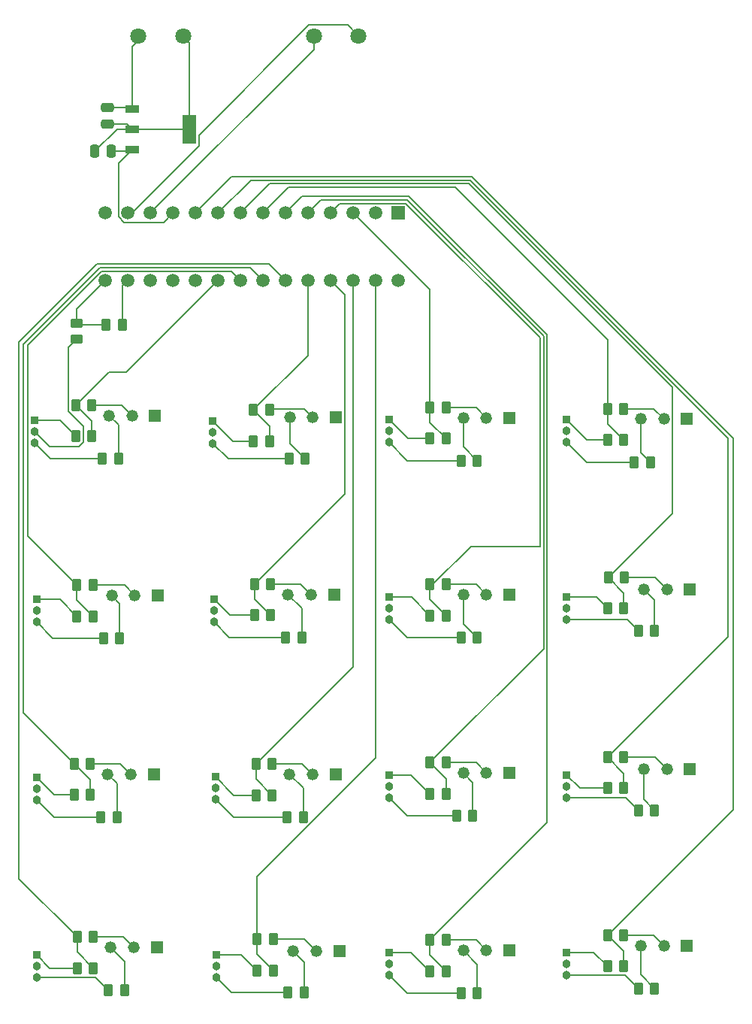
<source format=gtl>
G04 #@! TF.GenerationSoftware,KiCad,Pcbnew,8.0.0*
G04 #@! TF.CreationDate,2024-03-05T22:41:52-05:00*
G04 #@! TF.ProjectId,CANLight,43414e4c-6967-4687-942e-6b696361645f,rev?*
G04 #@! TF.SameCoordinates,Original*
G04 #@! TF.FileFunction,Copper,L1,Top*
G04 #@! TF.FilePolarity,Positive*
%FSLAX46Y46*%
G04 Gerber Fmt 4.6, Leading zero omitted, Abs format (unit mm)*
G04 Created by KiCad (PCBNEW 8.0.0) date 2024-03-05 22:41:52*
%MOMM*%
%LPD*%
G01*
G04 APERTURE LIST*
G04 Aperture macros list*
%AMRoundRect*
0 Rectangle with rounded corners*
0 $1 Rounding radius*
0 $2 $3 $4 $5 $6 $7 $8 $9 X,Y pos of 4 corners*
0 Add a 4 corners polygon primitive as box body*
4,1,4,$2,$3,$4,$5,$6,$7,$8,$9,$2,$3,0*
0 Add four circle primitives for the rounded corners*
1,1,$1+$1,$2,$3*
1,1,$1+$1,$4,$5*
1,1,$1+$1,$6,$7*
1,1,$1+$1,$8,$9*
0 Add four rect primitives between the rounded corners*
20,1,$1+$1,$2,$3,$4,$5,0*
20,1,$1+$1,$4,$5,$6,$7,0*
20,1,$1+$1,$6,$7,$8,$9,0*
20,1,$1+$1,$8,$9,$2,$3,0*%
G04 Aperture macros list end*
G04 #@! TA.AperFunction,SMDPad,CuDef*
%ADD10RoundRect,0.250000X0.262500X0.450000X-0.262500X0.450000X-0.262500X-0.450000X0.262500X-0.450000X0*%
G04 #@! TD*
G04 #@! TA.AperFunction,ComponentPad*
%ADD11C,1.320800*%
G04 #@! TD*
G04 #@! TA.AperFunction,ComponentPad*
%ADD12R,1.320800X1.320800*%
G04 #@! TD*
G04 #@! TA.AperFunction,ComponentPad*
%ADD13R,0.965200X0.965200*%
G04 #@! TD*
G04 #@! TA.AperFunction,ComponentPad*
%ADD14C,0.965200*%
G04 #@! TD*
G04 #@! TA.AperFunction,SMDPad,CuDef*
%ADD15RoundRect,0.250000X0.250000X0.475000X-0.250000X0.475000X-0.250000X-0.475000X0.250000X-0.475000X0*%
G04 #@! TD*
G04 #@! TA.AperFunction,SMDPad,CuDef*
%ADD16R,1.500000X0.900000*%
G04 #@! TD*
G04 #@! TA.AperFunction,SMDPad,CuDef*
%ADD17R,1.500000X3.200000*%
G04 #@! TD*
G04 #@! TA.AperFunction,ComponentPad*
%ADD18R,1.498600X1.498600*%
G04 #@! TD*
G04 #@! TA.AperFunction,ComponentPad*
%ADD19C,1.498600*%
G04 #@! TD*
G04 #@! TA.AperFunction,SMDPad,CuDef*
%ADD20RoundRect,0.250000X-0.450000X0.262500X-0.450000X-0.262500X0.450000X-0.262500X0.450000X0.262500X0*%
G04 #@! TD*
G04 #@! TA.AperFunction,SMDPad,CuDef*
%ADD21RoundRect,0.250000X-0.475000X0.250000X-0.475000X-0.250000X0.475000X-0.250000X0.475000X0.250000X0*%
G04 #@! TD*
G04 #@! TA.AperFunction,ComponentPad*
%ADD22C,1.803400*%
G04 #@! TD*
G04 #@! TA.AperFunction,Conductor*
%ADD23C,0.200000*%
G04 #@! TD*
G04 APERTURE END LIST*
D10*
X84642500Y-118000000D03*
X82817500Y-118000000D03*
D11*
X66716750Y-115770000D03*
X69316750Y-115770000D03*
D12*
X71916750Y-115770000D03*
D10*
X64662500Y-157750000D03*
X62837500Y-157750000D03*
X127912500Y-139980000D03*
X126087500Y-139980000D03*
X127912500Y-160020000D03*
X126087500Y-160020000D03*
D13*
X118000000Y-155980000D03*
D14*
X118000000Y-157250000D03*
X118000000Y-158520000D03*
D13*
X78396750Y-136146750D03*
D14*
X78396750Y-137416750D03*
X78396750Y-138686750D03*
D15*
X66700000Y-65750000D03*
X64800000Y-65750000D03*
D10*
X62504250Y-134730000D03*
X64329250Y-134730000D03*
X104412500Y-158083250D03*
X102587500Y-158083250D03*
X124412500Y-137480000D03*
X122587500Y-137480000D03*
X84642500Y-114500000D03*
X82817500Y-114500000D03*
D13*
X58250000Y-116230000D03*
D14*
X58250000Y-117500000D03*
X58250000Y-118770000D03*
D16*
X69000000Y-60950000D03*
X69000000Y-63250000D03*
X69000000Y-65550000D03*
D17*
X75500000Y-63250000D03*
D10*
X124500000Y-113750000D03*
X122675000Y-113750000D03*
X88142500Y-120500000D03*
X86317500Y-120500000D03*
D11*
X86793900Y-95712100D03*
X89393900Y-95712100D03*
D12*
X91993900Y-95712100D03*
D10*
X88309250Y-140750000D03*
X86484250Y-140750000D03*
D12*
X71456200Y-135893550D03*
D11*
X68856200Y-135893550D03*
X66256200Y-135893550D03*
D10*
X84912500Y-154500000D03*
X83087500Y-154500000D03*
D11*
X66400000Y-95500000D03*
X69000000Y-95500000D03*
D12*
X71600000Y-95500000D03*
D18*
X99010000Y-72690000D03*
D19*
X96470000Y-72690000D03*
X93930000Y-72690000D03*
X91390000Y-72690000D03*
X88850000Y-72690000D03*
X86310000Y-72690000D03*
X83770000Y-72690000D03*
X81230000Y-72690000D03*
X78690000Y-72690000D03*
X76150000Y-72690000D03*
X73610000Y-72690000D03*
X71070000Y-72690000D03*
X68530000Y-72690000D03*
X65990000Y-72690000D03*
X65990000Y-80310000D03*
X68530000Y-80310000D03*
X71070000Y-80310000D03*
X73610000Y-80310000D03*
X76150000Y-80310000D03*
X78690000Y-80310000D03*
X81230000Y-80310000D03*
X83770000Y-80310000D03*
X86310000Y-80310000D03*
X88850000Y-80310000D03*
X91390000Y-80310000D03*
X93930000Y-80310000D03*
X96470000Y-80310000D03*
X99010000Y-80310000D03*
D13*
X78115000Y-96115000D03*
D14*
X78115000Y-97385000D03*
X78115000Y-98655000D03*
D13*
X98000000Y-155980000D03*
D14*
X98000000Y-157250000D03*
X98000000Y-158520000D03*
D10*
X84809250Y-134750000D03*
X82984250Y-134750000D03*
D13*
X118000000Y-115980000D03*
D14*
X118000000Y-117250000D03*
X118000000Y-118520000D03*
D11*
X106339450Y-95746800D03*
X108939450Y-95746800D03*
D12*
X111539450Y-95746800D03*
D13*
X78230000Y-116230000D03*
D14*
X78230000Y-117500000D03*
X78230000Y-118770000D03*
D13*
X78500000Y-156230000D03*
D14*
X78500000Y-157500000D03*
X78500000Y-158770000D03*
D10*
X124412500Y-133980000D03*
X122587500Y-133980000D03*
D13*
X98000000Y-135980000D03*
D14*
X98000000Y-137250000D03*
X98000000Y-138520000D03*
D11*
X66589450Y-155413550D03*
X69189450Y-155413550D03*
D12*
X71789450Y-155413550D03*
D11*
X86569450Y-115663550D03*
X89169450Y-115663550D03*
D12*
X91769450Y-115663550D03*
D10*
X64662500Y-154250000D03*
X62837500Y-154250000D03*
X84912500Y-158000000D03*
X83087500Y-158000000D03*
D13*
X118000000Y-95980000D03*
D14*
X118000000Y-97250000D03*
X118000000Y-98520000D03*
D10*
X127412500Y-100750000D03*
X125587500Y-100750000D03*
D11*
X126678900Y-135307100D03*
X129278900Y-135307100D03*
D12*
X131878900Y-135307100D03*
D10*
X124412500Y-157520000D03*
X122587500Y-157520000D03*
D13*
X118000000Y-135980000D03*
D14*
X118000000Y-137250000D03*
X118000000Y-138520000D03*
D10*
X67473050Y-100336450D03*
X65648050Y-100336450D03*
D20*
X62750000Y-85087500D03*
X62750000Y-86912500D03*
D10*
X104412500Y-98083250D03*
X102587500Y-98083250D03*
X67629250Y-120606450D03*
X65804250Y-120606450D03*
X67912500Y-85250000D03*
X66087500Y-85250000D03*
X64473050Y-97836450D03*
X62648050Y-97836450D03*
X124412500Y-117250000D03*
X122587500Y-117250000D03*
X102587500Y-114520000D03*
X104412500Y-114520000D03*
X124412500Y-98250000D03*
X122587500Y-98250000D03*
X124412500Y-94750000D03*
X122587500Y-94750000D03*
X104412500Y-94583250D03*
X102587500Y-94583250D03*
D14*
X98000000Y-118520000D03*
X98000000Y-117250000D03*
D13*
X98000000Y-115980000D03*
D10*
X84527500Y-94885000D03*
X82702500Y-94885000D03*
X65504250Y-140730000D03*
X67329250Y-140730000D03*
X107912500Y-100583250D03*
X106087500Y-100583250D03*
D13*
X58250000Y-156250000D03*
D14*
X58250000Y-157520000D03*
X58250000Y-158790000D03*
D10*
X64629250Y-114606450D03*
X62804250Y-114606450D03*
X104412500Y-138083250D03*
X102587500Y-138083250D03*
X84527500Y-98385000D03*
X82702500Y-98385000D03*
D11*
X106339450Y-155746800D03*
X108939450Y-155746800D03*
D12*
X111539450Y-155746800D03*
D11*
X106339450Y-135746800D03*
X108939450Y-135746800D03*
D12*
X111539450Y-135746800D03*
D10*
X62504250Y-138230000D03*
X64329250Y-138230000D03*
X88412500Y-160500000D03*
X86587500Y-160500000D03*
D21*
X66250000Y-60800000D03*
X66250000Y-62700000D03*
D11*
X126678900Y-115077100D03*
X129278900Y-115077100D03*
D12*
X131878900Y-115077100D03*
D10*
X68162500Y-160250000D03*
X66337500Y-160250000D03*
D14*
X58250000Y-138770000D03*
X58250000Y-137500000D03*
D13*
X58250000Y-136230000D03*
D10*
X106087500Y-120520000D03*
X107912500Y-120520000D03*
X64473050Y-94336450D03*
X62648050Y-94336450D03*
X107912500Y-160583250D03*
X106087500Y-160583250D03*
X127912500Y-119750000D03*
X126087500Y-119750000D03*
D13*
X58060550Y-96066450D03*
D14*
X58060550Y-97336450D03*
X58060550Y-98606450D03*
D10*
X64629250Y-118106450D03*
X62804250Y-118106450D03*
X104412500Y-134583250D03*
X102587500Y-134583250D03*
D11*
X126339450Y-95913550D03*
X128939450Y-95913550D03*
D12*
X131539450Y-95913550D03*
D11*
X86736200Y-135913550D03*
X89336200Y-135913550D03*
D12*
X91936200Y-135913550D03*
D10*
X104412500Y-154583250D03*
X102587500Y-154583250D03*
X84809250Y-138250000D03*
X82984250Y-138250000D03*
X88527500Y-100385000D03*
X86702500Y-100385000D03*
X124412500Y-154020000D03*
X122587500Y-154020000D03*
D13*
X98000000Y-95980000D03*
D14*
X98000000Y-97250000D03*
X98000000Y-98520000D03*
D10*
X107412500Y-140583250D03*
X105587500Y-140583250D03*
D11*
X87178900Y-155827100D03*
X89778900Y-155827100D03*
D12*
X92378900Y-155827100D03*
X111539450Y-115683550D03*
D11*
X108939450Y-115683550D03*
X106339450Y-115683550D03*
X126339450Y-155183550D03*
X128939450Y-155183550D03*
D12*
X131539450Y-155183550D03*
D22*
X89500000Y-52750000D03*
X94500000Y-52750000D03*
X69750000Y-52750000D03*
X74750000Y-52750000D03*
D10*
X102587500Y-118020000D03*
X104412500Y-118020000D03*
D23*
X75500000Y-63250000D02*
X69000000Y-63250000D01*
X75500000Y-53500000D02*
X74750000Y-52750000D01*
X75500000Y-63250000D02*
X75500000Y-53500000D01*
X72560700Y-73739300D02*
X73610000Y-72690000D01*
X68095365Y-73739300D02*
X72560700Y-73739300D01*
X67480700Y-73124635D02*
X68095365Y-73739300D01*
X67480700Y-67069300D02*
X67480700Y-73124635D01*
X69000000Y-65550000D02*
X67480700Y-67069300D01*
X69010000Y-72690000D02*
X68530000Y-72690000D01*
X76550000Y-65150000D02*
X69010000Y-72690000D01*
X88951700Y-51548300D02*
X76550000Y-63950000D01*
X93298300Y-51548300D02*
X88951700Y-51548300D01*
X76550000Y-63950000D02*
X76550000Y-65150000D01*
X94500000Y-52750000D02*
X93298300Y-51548300D01*
X89500000Y-54260000D02*
X71070000Y-72690000D01*
X89500000Y-52750000D02*
X89500000Y-54260000D01*
X62912500Y-85250000D02*
X62750000Y-85087500D01*
X66087500Y-85250000D02*
X62912500Y-85250000D01*
X67912500Y-80927500D02*
X68530000Y-80310000D01*
X67912500Y-85250000D02*
X67912500Y-80927500D01*
X62750000Y-83550000D02*
X65990000Y-80310000D01*
X62750000Y-85087500D02*
X62750000Y-83550000D01*
X59724100Y-99000000D02*
X58060550Y-97336450D01*
X62981744Y-99000000D02*
X59724100Y-99000000D01*
X63500000Y-98481744D02*
X62981744Y-99000000D01*
X63500000Y-96685644D02*
X63500000Y-98481744D01*
X61835550Y-87826950D02*
X61835550Y-95021194D01*
X61835550Y-95021194D02*
X63500000Y-96685644D01*
X62750000Y-86912500D02*
X61835550Y-87826950D01*
X62648050Y-94336450D02*
X64473050Y-96161450D01*
X64473050Y-96161450D02*
X64473050Y-97836450D01*
X136750000Y-139857500D02*
X122587500Y-154020000D01*
X136750000Y-98071928D02*
X136750000Y-139857500D01*
X107278073Y-68600001D02*
X136750000Y-98071928D01*
X80239999Y-68600001D02*
X107278073Y-68600001D01*
X76150000Y-72690000D02*
X80239999Y-68600001D01*
X102587500Y-81347500D02*
X102587500Y-94583250D01*
X93930000Y-72690000D02*
X102587500Y-81347500D01*
X107185256Y-110250000D02*
X102915256Y-114520000D01*
X115000000Y-110250000D02*
X107185256Y-110250000D01*
X99890700Y-71640700D02*
X115000000Y-86750000D01*
X115000000Y-86750000D02*
X115000000Y-110250000D01*
X92439300Y-71640700D02*
X99890700Y-71640700D01*
X115800000Y-141370750D02*
X102587500Y-154583250D01*
X100222072Y-70840700D02*
X115800000Y-86418630D01*
X88159300Y-70840700D02*
X100222072Y-70840700D01*
X86310000Y-72690000D02*
X88159300Y-70840700D01*
X102915256Y-114520000D02*
X102587500Y-114520000D01*
X115400000Y-121770750D02*
X102587500Y-134583250D01*
X115400000Y-86584315D02*
X115400000Y-121770750D01*
X100056386Y-71240700D02*
X115400000Y-86584315D01*
X90299300Y-71240700D02*
X100056386Y-71240700D01*
X88850000Y-72690000D02*
X90299300Y-71240700D01*
X122587500Y-86956128D02*
X122587500Y-94750000D01*
X86659999Y-69800001D02*
X105431373Y-69800001D01*
X83770000Y-72690000D02*
X86659999Y-69800001D01*
X91390000Y-72690000D02*
X92439300Y-71640700D01*
X115800000Y-86418630D02*
X115800000Y-141370750D01*
X136150000Y-120417500D02*
X122587500Y-133980000D01*
X136150000Y-98037614D02*
X136150000Y-120417500D01*
X107112387Y-69000001D02*
X136150000Y-98037614D01*
X78690000Y-72690000D02*
X82379999Y-69000001D01*
X82379999Y-69000001D02*
X107112387Y-69000001D01*
X129899850Y-92353150D02*
X129899850Y-106525150D01*
X106946701Y-69400001D02*
X129899850Y-92353150D01*
X84519999Y-69400001D02*
X106946701Y-69400001D01*
X81230000Y-72690000D02*
X84519999Y-69400001D01*
X129899850Y-106525150D02*
X122675000Y-113750000D01*
X105431373Y-69800001D02*
X122587500Y-86956128D01*
X83087500Y-147468994D02*
X83087500Y-154500000D01*
X96470000Y-134086494D02*
X83087500Y-147468994D01*
X96470000Y-80310000D02*
X96470000Y-134086494D01*
X93930000Y-123804250D02*
X82984250Y-134750000D01*
X93930000Y-80310000D02*
X93930000Y-123804250D01*
X92954300Y-104363200D02*
X82817500Y-114500000D01*
X91390000Y-80310000D02*
X92954300Y-81874300D01*
X92954300Y-81874300D02*
X92954300Y-104363200D01*
X88850000Y-88737500D02*
X82702500Y-94885000D01*
X88850000Y-80310000D02*
X88850000Y-88737500D01*
X56250000Y-147662500D02*
X62837500Y-154250000D01*
X56250000Y-87250000D02*
X56250000Y-147662500D01*
X84460700Y-78460700D02*
X65039300Y-78460700D01*
X65039300Y-78460700D02*
X56250000Y-87250000D01*
X86310000Y-80310000D02*
X84460700Y-78460700D01*
X56750000Y-128975750D02*
X62504250Y-134730000D01*
X56750000Y-87500379D02*
X56750000Y-128975750D01*
X65389679Y-78860700D02*
X56750000Y-87500379D01*
X82320700Y-78860700D02*
X65389679Y-78860700D01*
X83770000Y-80310000D02*
X82320700Y-78860700D01*
X57250000Y-109052200D02*
X62804250Y-114606450D01*
X65555365Y-79260700D02*
X57250000Y-87566065D01*
X57250000Y-87566065D02*
X57250000Y-109052200D01*
X80180700Y-79260700D02*
X65555365Y-79260700D01*
X81230000Y-80310000D02*
X80180700Y-79260700D01*
X66367756Y-90616744D02*
X62648050Y-94336450D01*
X68383256Y-90616744D02*
X66367756Y-90616744D01*
X78690000Y-80310000D02*
X68383256Y-90616744D01*
X69750000Y-53250000D02*
X69000000Y-54000000D01*
X68850000Y-60800000D02*
X69000000Y-60950000D01*
X69750000Y-52750000D02*
X69750000Y-53250000D01*
X69000000Y-54000000D02*
X69000000Y-60950000D01*
X66250000Y-60800000D02*
X68850000Y-60800000D01*
X67300000Y-63250000D02*
X69000000Y-63250000D01*
X64800000Y-65750000D02*
X67300000Y-63250000D01*
X68450000Y-62700000D02*
X69000000Y-63250000D01*
X66250000Y-62700000D02*
X68450000Y-62700000D01*
X68800000Y-65750000D02*
X69000000Y-65550000D01*
X66700000Y-65750000D02*
X68800000Y-65750000D01*
X65648050Y-100336450D02*
X59790550Y-100336450D01*
X59790550Y-100336450D02*
X58060550Y-98606450D01*
X58060550Y-96066450D02*
X60878050Y-96066450D01*
X60878050Y-96066450D02*
X62648050Y-97836450D01*
X58250000Y-116230000D02*
X60927800Y-116230000D01*
X60927800Y-116230000D02*
X62804250Y-118106450D01*
X60086450Y-120606450D02*
X58250000Y-118770000D01*
X65804250Y-120606450D02*
X60086450Y-120606450D01*
X58250000Y-138770000D02*
X60210000Y-140730000D01*
X60210000Y-140730000D02*
X65504250Y-140730000D01*
X60250000Y-138230000D02*
X58250000Y-136230000D01*
X62504250Y-138230000D02*
X60250000Y-138230000D01*
X64877500Y-158790000D02*
X66337500Y-160250000D01*
X58250000Y-158790000D02*
X64877500Y-158790000D01*
X59750000Y-157750000D02*
X58250000Y-156250000D01*
X62837500Y-157750000D02*
X59750000Y-157750000D01*
X80385000Y-98385000D02*
X78115000Y-96115000D01*
X82702500Y-98385000D02*
X80385000Y-98385000D01*
X79845000Y-100385000D02*
X78115000Y-98655000D01*
X86702500Y-100385000D02*
X79845000Y-100385000D01*
X82817500Y-118000000D02*
X80000000Y-118000000D01*
X80000000Y-118000000D02*
X78230000Y-116230000D01*
X78230000Y-118770000D02*
X79960000Y-120500000D01*
X79960000Y-120500000D02*
X86317500Y-120500000D01*
X78396750Y-138686750D02*
X80460000Y-140750000D01*
X80460000Y-140750000D02*
X86484250Y-140750000D01*
X80500000Y-138250000D02*
X78396750Y-136146750D01*
X82984250Y-138250000D02*
X80500000Y-138250000D01*
X78500000Y-156230000D02*
X81317500Y-156230000D01*
X81317500Y-156230000D02*
X83087500Y-158000000D01*
X78500000Y-158770000D02*
X80230000Y-160500000D01*
X80230000Y-160500000D02*
X86587500Y-160500000D01*
X100103250Y-98083250D02*
X98000000Y-95980000D01*
X102587500Y-98083250D02*
X100103250Y-98083250D01*
X98000000Y-98520000D02*
X100063250Y-100583250D01*
X100063250Y-100583250D02*
X106087500Y-100583250D01*
X100547500Y-115980000D02*
X102587500Y-118020000D01*
X98000000Y-115980000D02*
X100547500Y-115980000D01*
X98000000Y-118520000D02*
X100000000Y-120520000D01*
X100000000Y-120520000D02*
X106087500Y-120520000D01*
X98000000Y-135980000D02*
X100484250Y-135980000D01*
X100484250Y-135980000D02*
X102587500Y-138083250D01*
X100063250Y-140583250D02*
X105587500Y-140583250D01*
X98000000Y-138520000D02*
X100063250Y-140583250D01*
X98000000Y-155980000D02*
X100484250Y-155980000D01*
X100484250Y-155980000D02*
X102587500Y-158083250D01*
X98000000Y-158520000D02*
X100063250Y-160583250D01*
X100063250Y-160583250D02*
X106087500Y-160583250D01*
X120270000Y-98250000D02*
X118000000Y-95980000D01*
X122587500Y-98250000D02*
X120270000Y-98250000D01*
X118000000Y-98520000D02*
X120230000Y-100750000D01*
X120230000Y-100750000D02*
X125587500Y-100750000D01*
X118000000Y-115980000D02*
X121317500Y-115980000D01*
X121317500Y-115980000D02*
X122587500Y-117250000D01*
X118000000Y-118520000D02*
X124857500Y-118520000D01*
X124857500Y-118520000D02*
X126087500Y-119750000D01*
X118000000Y-138520000D02*
X124627500Y-138520000D01*
X124627500Y-138520000D02*
X126087500Y-139980000D01*
X122587500Y-137480000D02*
X119500000Y-137480000D01*
X119500000Y-137480000D02*
X118000000Y-135980000D01*
X121047500Y-155980000D02*
X122587500Y-157520000D01*
X118000000Y-155980000D02*
X121047500Y-155980000D01*
X118000000Y-158520000D02*
X124587500Y-158520000D01*
X124587500Y-158520000D02*
X126087500Y-160020000D01*
X66400000Y-95500000D02*
X67473050Y-96573050D01*
X67473050Y-96573050D02*
X67473050Y-100336450D01*
X67836450Y-94336450D02*
X69000000Y-95500000D01*
X64473050Y-94336450D02*
X67836450Y-94336450D01*
X64629250Y-114606450D02*
X68153200Y-114606450D01*
X68153200Y-114606450D02*
X69316750Y-115770000D01*
X67629250Y-116682500D02*
X66716750Y-115770000D01*
X67629250Y-120606450D02*
X67629250Y-116682500D01*
X67329250Y-136966600D02*
X67329250Y-140730000D01*
X66256200Y-135893550D02*
X67329250Y-136966600D01*
X64329250Y-134730000D02*
X67692650Y-134730000D01*
X67692650Y-134730000D02*
X68856200Y-135893550D01*
X68162500Y-156986600D02*
X66589450Y-155413550D01*
X68162500Y-160250000D02*
X68162500Y-156986600D01*
X68025900Y-154250000D02*
X69189450Y-155413550D01*
X64662500Y-154250000D02*
X68025900Y-154250000D01*
X86793900Y-98651400D02*
X88527500Y-100385000D01*
X86793900Y-95712100D02*
X86793900Y-98651400D01*
X84527500Y-94885000D02*
X84660800Y-94751700D01*
X84660800Y-94751700D02*
X88433500Y-94751700D01*
X88433500Y-94751700D02*
X89393900Y-95712100D01*
X88142500Y-120500000D02*
X88142500Y-117236600D01*
X88142500Y-117236600D02*
X86569450Y-115663550D01*
X84642500Y-114500000D02*
X88005900Y-114500000D01*
X88005900Y-114500000D02*
X89169450Y-115663550D01*
X88309250Y-140750000D02*
X88309250Y-137486600D01*
X88309250Y-137486600D02*
X86736200Y-135913550D01*
X89336200Y-135913550D02*
X88172650Y-134750000D01*
X88172650Y-134750000D02*
X84809250Y-134750000D01*
X88412500Y-160500000D02*
X88412500Y-157060700D01*
X88412500Y-157060700D02*
X87178900Y-155827100D01*
X84912500Y-154500000D02*
X88451800Y-154500000D01*
X88451800Y-154500000D02*
X89778900Y-155827100D01*
X104412500Y-94583250D02*
X107775900Y-94583250D01*
X107775900Y-94583250D02*
X108939450Y-95746800D01*
X106339450Y-99010200D02*
X107912500Y-100583250D01*
X106339450Y-95746800D02*
X106339450Y-99010200D01*
X106339450Y-118946950D02*
X107912500Y-120520000D01*
X106339450Y-115683550D02*
X106339450Y-118946950D01*
X107775900Y-114520000D02*
X108939450Y-115683550D01*
X104412500Y-114520000D02*
X107775900Y-114520000D01*
X107412500Y-140583250D02*
X107412500Y-136819850D01*
X107412500Y-136819850D02*
X106339450Y-135746800D01*
X104412500Y-134583250D02*
X107775900Y-134583250D01*
X107775900Y-134583250D02*
X108939450Y-135746800D01*
X107775900Y-154583250D02*
X108939450Y-155746800D01*
X104412500Y-154583250D02*
X107775900Y-154583250D01*
X107912500Y-157319850D02*
X106339450Y-155746800D01*
X107912500Y-160583250D02*
X107912500Y-157319850D01*
X126339450Y-99676950D02*
X127412500Y-100750000D01*
X126339450Y-95913550D02*
X126339450Y-99676950D01*
X127775900Y-94750000D02*
X128939450Y-95913550D01*
X124412500Y-94750000D02*
X127775900Y-94750000D01*
X126678900Y-115077100D02*
X127912500Y-116310700D01*
X127912500Y-116310700D02*
X127912500Y-119750000D01*
X124500000Y-113750000D02*
X127951800Y-113750000D01*
X127951800Y-113750000D02*
X129278900Y-115077100D01*
X124412500Y-133980000D02*
X127951800Y-133980000D01*
X127951800Y-133980000D02*
X129278900Y-135307100D01*
X126678900Y-135307100D02*
X126678900Y-138746400D01*
X126678900Y-138746400D02*
X127912500Y-139980000D01*
X127775900Y-154020000D02*
X128939450Y-155183550D01*
X124412500Y-154020000D02*
X127775900Y-154020000D01*
X126339450Y-155183550D02*
X126339450Y-158446950D01*
X126339450Y-158446950D02*
X127912500Y-160020000D01*
X62804250Y-116281450D02*
X64629250Y-118106450D01*
X62804250Y-114606450D02*
X62804250Y-116281450D01*
X64329250Y-138230000D02*
X64329250Y-136555000D01*
X64329250Y-136555000D02*
X62504250Y-134730000D01*
X62837500Y-154250000D02*
X62837500Y-155925000D01*
X62837500Y-155925000D02*
X64662500Y-157750000D01*
X84527500Y-98385000D02*
X84527500Y-96710000D01*
X84527500Y-96710000D02*
X82702500Y-94885000D01*
X82817500Y-114500000D02*
X82817500Y-116175000D01*
X82817500Y-116175000D02*
X84642500Y-118000000D01*
X82984250Y-136425000D02*
X84809250Y-138250000D01*
X82984250Y-134750000D02*
X82984250Y-136425000D01*
X83087500Y-156175000D02*
X84912500Y-158000000D01*
X83087500Y-154500000D02*
X83087500Y-156175000D01*
X102587500Y-94583250D02*
X102587500Y-96258250D01*
X102587500Y-96258250D02*
X104412500Y-98083250D01*
X102587500Y-114520000D02*
X102587500Y-116195000D01*
X102587500Y-116195000D02*
X104412500Y-118020000D01*
X104412500Y-136408250D02*
X102587500Y-134583250D01*
X104412500Y-138083250D02*
X104412500Y-136408250D01*
X102587500Y-156258250D02*
X104412500Y-158083250D01*
X102587500Y-154583250D02*
X102587500Y-156258250D01*
X122587500Y-94750000D02*
X122587500Y-96425000D01*
X122587500Y-96425000D02*
X124412500Y-98250000D01*
X124412500Y-115487500D02*
X122675000Y-113750000D01*
X124412500Y-117250000D02*
X124412500Y-115487500D01*
X124412500Y-137480000D02*
X124412500Y-135805000D01*
X124412500Y-135805000D02*
X122587500Y-133980000D01*
X124412500Y-157520000D02*
X124412500Y-155845000D01*
X124412500Y-155845000D02*
X122587500Y-154020000D01*
M02*

</source>
